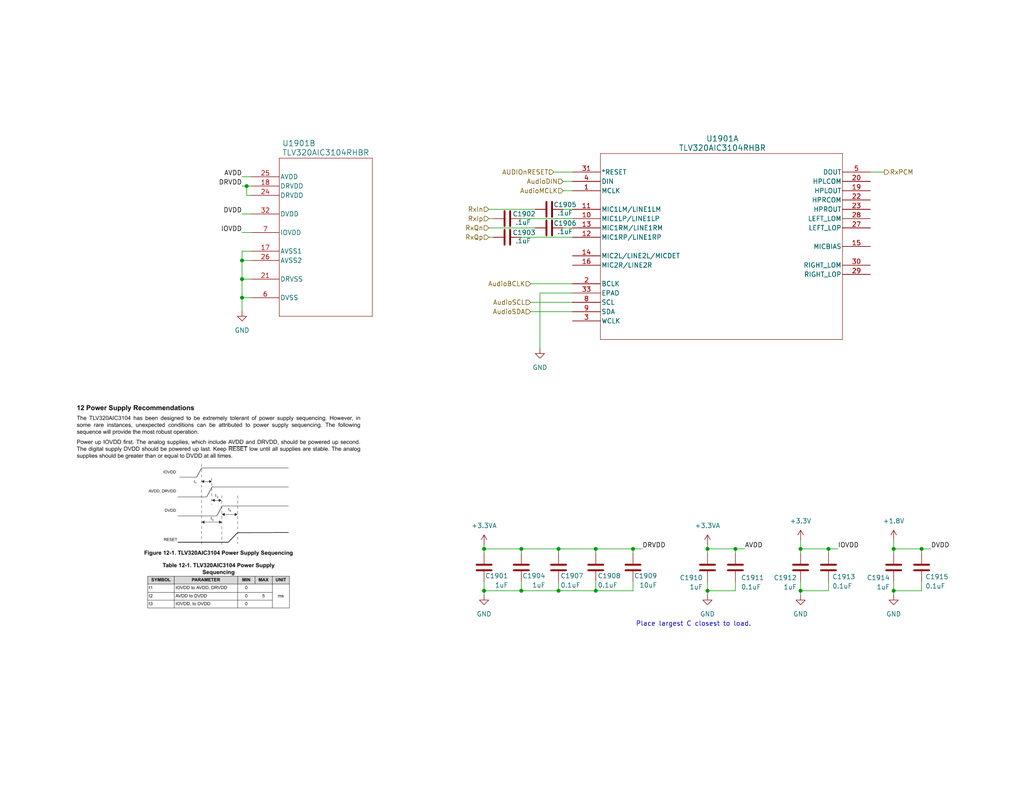
<source format=kicad_sch>
(kicad_sch (version 20250114) (generator "eeschema") (generator_version "9.0")
  (paper "USLetter")
  (title_block (title "DAC and ADC"))
  (lib_symbols
    (symbol "Device:C" (pin_numbers (hide yes)) (pin_names (offset 0.254))
      (property "Reference" "C" (at 0.635 2.54 0))
      (property "Value" "C" (at 0.635 -2.54 0))
      (symbol "C_0_1"
        (polyline (pts (xy -2.032 0.762) (xy 2.032 0.762)) (stroke (width 0.508)))
        (polyline (pts (xy -2.032 -0.762) (xy 2.032 -0.762)) (stroke (width 0.508)))
      )
      (symbol "C_1_1"
        (pin passive line (at 0 3.81 270) (length 2.794) (name "~") (number "1"))
        (pin passive line (at 0 -3.81 90) (length 2.794) (name "~") (number "2"))
      )
    )
    (symbol "TLV320AIC3104:HPA01211RHBR" (pin_names (offset 0.254))
      (property "Reference" "U" (at 40.64 10.16 0))
      (property "Value" "HPA01211RHBR" (at 40.64 7.62 0))
      (symbol "HPA01211RHBR_1_1"
        (polyline (pts (xy 7.62 5.08) (xy 7.62 -45.72)) (stroke (width 0.127)))
        (polyline (pts (xy 7.62 -45.72) (xy 73.66 -45.72)) (stroke (width 0.127)))
        (polyline (pts (xy 73.66 5.08) (xy 7.62 5.08)) (stroke (width 0.127)))
        (polyline (pts (xy 73.66 -45.72) (xy 73.66 5.08)) (stroke (width 0.127)))
        (pin input line (at 0 0 0) (length 7.62) (name "*RESET") (number "31"))
        (pin input line (at 0 -2.54 0) (length 7.62) (name "DIN") (number "4"))
        (pin input line (at 0 -5.08 0) (length 7.62) (name "MCLK") (number "1"))
        (pin input line (at 0 -10.16 0) (length 7.62) (name "MIC1LM/LINE1LM") (number "11"))
        (pin input line (at 0 -12.7 0) (length 7.62) (name "MIC1LP/LINE1LP") (number "10"))
        (pin input line (at 0 -15.24 0) (length 7.62) (name "MIC1RM/LINE1RM") (number "13"))
        (pin input line (at 0 -17.78 0) (length 7.62) (name "MIC1RP/LINE1RP") (number "12"))
        (pin input line (at 0 -22.86 0) (length 7.62) (name "MIC2L/LINE2L/MICDET") (number "14"))
        (pin input line (at 0 -25.4 0) (length 7.62) (name "MIC2R/LINE2R") (number "16"))
        (pin bidirectional line (at 0 -30.48 0) (length 7.62) (name "BCLK") (number "2"))
        (pin unspecified line (at 0 -33.02 0) (length 7.62) (name "EPAD") (number "33"))
        (pin bidirectional line (at 0 -35.56 0) (length 7.62) (name "SCL") (number "8"))
        (pin bidirectional line (at 0 -38.1 0) (length 7.62) (name "SDA") (number "9"))
        (pin bidirectional line (at 0 -40.64 0) (length 7.62) (name "WCLK") (number "3"))
        (pin output line (at 81.28 0 180) (length 7.62) (name "DOUT") (number "5"))
        (pin output line (at 81.28 -2.54 180) (length 7.62) (name "HPLCOM") (number "20"))
        (pin output line (at 81.28 -5.08 180) (length 7.62) (name "HPLOUT") (number "19"))
        (pin output line (at 81.28 -7.62 180) (length 7.62) (name "HPRCOM") (number "22"))
        (pin output line (at 81.28 -10.16 180) (length 7.62) (name "HPROUT") (number "23"))
        (pin output line (at 81.28 -12.7 180) (length 7.62) (name "LEFT_LOM") (number "28"))
        (pin output line (at 81.28 -15.24 180) (length 7.62) (name "LEFT_LOP") (number "27"))
        (pin output line (at 81.28 -20.32 180) (length 7.62) (name "MICBIAS") (number "15"))
        (pin output line (at 81.28 -25.4 180) (length 7.62) (name "RIGHT_LOM") (number "30"))
        (pin output line (at 81.28 -27.94 180) (length 7.62) (name "RIGHT_LOP") (number "29"))
      )
      (symbol "HPA01211RHBR_2_1"
        (polyline (pts (xy 7.62 5.08) (xy 7.62 -38.1)) (stroke (width 0.127)))
        (polyline (pts (xy 7.62 -38.1) (xy 33.02 -38.1)) (stroke (width 0.127)))
        (polyline (pts (xy 33.02 5.08) (xy 7.62 5.08)) (stroke (width 0.127)))
        (polyline (pts (xy 33.02 -38.1) (xy 33.02 5.08)) (stroke (width 0.127)))
        (pin power_in line (at 0 0 0) (length 7.62) (name "AVDD") (number "25"))
        (pin power_in line (at 0 -2.54 0) (length 7.62) (name "DRVDD") (number "18"))
        (pin power_in line (at 0 -5.08 0) (length 7.62) (name "DRVDD") (number "24"))
        (pin power_in line (at 0 -10.16 0) (length 7.62) (name "DVDD") (number "32"))
        (pin power_in line (at 0 -15.24 0) (length 7.62) (name "IOVDD") (number "7"))
        (pin power_in line (at 0 -20.32 0) (length 7.62) (name "AVSS1") (number "17"))
        (pin power_in line (at 0 -22.86 0) (length 7.62) (name "AVSS2") (number "26"))
        (pin power_in line (at 0 -27.94 0) (length 7.62) (name "DRVSS") (number "21"))
        (pin power_in line (at 0 -33.02 0) (length 7.62) (name "DVSS") (number "6"))
      )
    )
    (symbol "power:+3.3V" (power) (pin_numbers (hide yes)) (pin_names (offset 0) (hide yes))
      (property "Value" "+3.3V" (at 0 3.556 0))
      (symbol "+3.3V_0_1"
        (polyline (pts (xy -0.762 1.27) (xy 0 2.54)))
        (polyline (pts (xy 0 2.54) (xy 0.762 1.27)))
        (polyline (pts (xy 0 0) (xy 0 2.54)))
      )
      (symbol "+3.3V_1_1"
        (pin power_in line (at 0 0 90) (length 0) (name "~") (number "1"))
      )
    )
    (symbol "power:GND" (power) (pin_numbers (hide yes)) (pin_names (offset 0) (hide yes))
      (property "Value" "GND" (at 0 -3.81 0))
      (symbol "GND_0_1"
        (polyline (pts (xy 0 0) (xy 0 -1.27) (xy 1.27 -1.27) (xy 0 -2.54) (xy -1.27 -1.27) (xy 0 -1.27)))
      )
      (symbol "GND_1_1"
        (pin power_in line (at 0 0 270) (length 0) (name "~") (number "1"))
      )
    )
  )
  (text "Place largest C closest to load." (at 189.23 170.434 0) (effects (font (size 1.27 1.27))))
  (junction (at 152.4 161.29))
  (junction (at 142.24 161.29))
  (junction (at 162.56 149.86))
  (junction (at 132.08 161.29))
  (junction (at 67.31 50.8))
  (junction (at 218.44 161.29))
  (junction (at 243.84 149.86))
  (junction (at 226.06 149.86))
  (junction (at 66.04 81.28))
  (junction (at 193.04 161.29))
  (junction (at 172.72 149.86))
  (junction (at 200.66 149.86))
  (junction (at 142.24 149.86))
  (junction (at 162.56 161.29))
  (junction (at 243.84 161.29))
  (junction (at 193.04 149.86))
  (junction (at 132.08 149.86))
  (junction (at 152.4 149.86))
  (junction (at 66.04 76.2))
  (junction (at 218.44 149.86))
  (junction (at 251.46 149.86))
  (junction (at 66.04 71.12))
  (wire (pts (xy 153.67 57.15) (xy 156.21 57.15)))
  (wire (pts (xy 152.4 161.29) (xy 162.56 161.29)))
  (wire (pts (xy 200.66 149.86) (xy 200.66 151.13)))
  (wire (pts (xy 162.56 158.75) (xy 162.56 161.29)))
  (wire (pts (xy 66.04 81.28) (xy 66.04 85.09)))
  (wire (pts (xy 243.84 161.29) (xy 251.46 161.29)))
  (wire (pts (xy 193.04 151.13) (xy 193.04 149.86)))
  (wire (pts (xy 68.58 53.34) (xy 67.31 53.34)))
  (wire (pts (xy 162.56 161.29) (xy 172.72 161.29)))
  (wire (pts (xy 144.78 77.47) (xy 156.21 77.47)))
  (wire (pts (xy 153.67 52.07) (xy 156.21 52.07)))
  (wire (pts (xy 251.46 149.86) (xy 254 149.86)))
  (wire (pts (xy 226.06 149.86) (xy 218.44 149.86)))
  (wire (pts (xy 132.08 158.75) (xy 132.08 161.29)))
  (wire (pts (xy 152.4 158.75) (xy 152.4 161.29)))
  (wire (pts (xy 144.78 85.09) (xy 156.21 85.09)))
  (wire (pts (xy 142.24 64.77) (xy 156.21 64.77)))
  (wire (pts (xy 152.4 149.86) (xy 162.56 149.86)))
  (wire (pts (xy 152.4 149.86) (xy 152.4 151.13)))
  (wire (pts (xy 151.13 46.99) (xy 156.21 46.99)))
  (wire (pts (xy 162.56 149.86) (xy 162.56 151.13)))
  (wire (pts (xy 153.67 62.23) (xy 156.21 62.23)))
  (wire (pts (xy 142.24 59.69) (xy 156.21 59.69)))
  (wire (pts (xy 132.08 148.59) (xy 132.08 149.86)))
  (wire (pts (xy 66.04 76.2) (xy 66.04 81.28)))
  (wire (pts (xy 243.84 147.32) (xy 243.84 149.86)))
  (wire (pts (xy 68.58 81.28) (xy 66.04 81.28)))
  (wire (pts (xy 133.35 57.15) (xy 146.05 57.15)))
  (wire (pts (xy 66.04 71.12) (xy 66.04 76.2)))
  (wire (pts (xy 68.58 58.42) (xy 66.04 58.42)))
  (wire (pts (xy 142.24 158.75) (xy 142.24 161.29)))
  (wire (pts (xy 237.49 46.99) (xy 241.3 46.99)))
  (wire (pts (xy 218.44 158.75) (xy 218.44 161.29)))
  (wire (pts (xy 218.44 161.29) (xy 226.06 161.29)))
  (wire (pts (xy 66.04 68.58) (xy 66.04 71.12)))
  (wire (pts (xy 243.84 149.86) (xy 243.84 151.13)))
  (wire (pts (xy 193.04 161.29) (xy 193.04 162.56)))
  (wire (pts (xy 142.24 149.86) (xy 152.4 149.86)))
  (wire (pts (xy 243.84 161.29) (xy 243.84 162.56)))
  (wire (pts (xy 142.24 161.29) (xy 152.4 161.29)))
  (wire (pts (xy 66.04 50.8) (xy 67.31 50.8)))
  (wire (pts (xy 142.24 149.86) (xy 142.24 151.13)))
  (wire (pts (xy 153.67 49.53) (xy 156.21 49.53)))
  (wire (pts (xy 193.04 158.75) (xy 193.04 161.29)))
  (wire (pts (xy 133.35 62.23) (xy 146.05 62.23)))
  (wire (pts (xy 68.58 48.26) (xy 66.04 48.26)))
  (wire (pts (xy 200.66 149.86) (xy 203.2 149.86)))
  (wire (pts (xy 132.08 161.29) (xy 142.24 161.29)))
  (wire (pts (xy 66.04 76.2) (xy 68.58 76.2)))
  (wire (pts (xy 226.06 149.86) (xy 228.6 149.86)))
  (wire (pts (xy 218.44 149.86) (xy 218.44 151.13)))
  (wire (pts (xy 172.72 149.86) (xy 172.72 151.13)))
  (wire (pts (xy 218.44 147.32) (xy 218.44 149.86)))
  (wire (pts (xy 67.31 53.34) (xy 67.31 50.8)))
  (wire (pts (xy 193.04 149.86) (xy 200.66 149.86)))
  (wire (pts (xy 226.06 161.29) (xy 226.06 158.75)))
  (wire (pts (xy 132.08 151.13) (xy 132.08 149.86)))
  (wire (pts (xy 251.46 161.29) (xy 251.46 158.75)))
  (wire (pts (xy 68.58 68.58) (xy 66.04 68.58)))
  (wire (pts (xy 226.06 149.86) (xy 226.06 151.13)))
  (wire (pts (xy 66.04 71.12) (xy 68.58 71.12)))
  (wire (pts (xy 200.66 158.75) (xy 200.66 161.29)))
  (wire (pts (xy 193.04 148.59) (xy 193.04 149.86)))
  (wire (pts (xy 144.78 82.55) (xy 156.21 82.55)))
  (wire (pts (xy 133.35 59.69) (xy 134.62 59.69)))
  (wire (pts (xy 218.44 161.29) (xy 218.44 162.56)))
  (wire (pts (xy 67.31 50.8) (xy 68.58 50.8)))
  (wire (pts (xy 251.46 149.86) (xy 251.46 151.13)))
  (wire (pts (xy 132.08 161.29) (xy 132.08 162.56)))
  (wire (pts (xy 172.72 149.86) (xy 175.26 149.86)))
  (wire (pts (xy 156.21 80.01) (xy 147.32 80.01)))
  (wire (pts (xy 193.04 161.29) (xy 200.66 161.29)))
  (wire (pts (xy 66.04 63.5) (xy 68.58 63.5)))
  (wire (pts (xy 132.08 149.86) (xy 142.24 149.86)))
  (wire (pts (xy 133.35 64.77) (xy 134.62 64.77)))
  (wire (pts (xy 162.56 149.86) (xy 172.72 149.86)))
  (wire (pts (xy 243.84 149.86) (xy 251.46 149.86)))
  (wire (pts (xy 243.84 158.75) (xy 243.84 161.29)))
  (wire (pts (xy 172.72 158.75) (xy 172.72 161.29)))
  (wire (pts (xy 147.32 80.01) (xy 147.32 95.25)))
  (image (at 59.69 138.43) (scale 0.377145))
  (label "DRVDD" (at 66.04 50.8 180))
  (label "AVDD" (at 66.04 48.26 180))
  (label "DVDD" (at 254 149.86 0))
  (label "IOVDD" (at 66.04 63.5 180))
  (label "DRVDD" (at 175.26 149.86 0))
  (label "IOVDD" (at 228.6 149.86 0))
  (label "AVDD" (at 203.2 149.86 0))
  (label "DVDD" (at 66.04 58.42 180))
  (hierarchical_label "RxQn" (shape input) (at 133.35 62.23 180))
  (hierarchical_label "AudioSDA" (shape input) (at 144.78 85.09 180))
  (hierarchical_label "AudioDIN" (shape input) (at 153.67 49.53 180))
  (hierarchical_label "RxIp" (shape input) (at 133.35 59.69 180))
  (hierarchical_label "RxQp" (shape input) (at 133.35 64.77 180))
  (hierarchical_label "RxPCM" (shape output) (at 241.3 46.99 0))
  (hierarchical_label "RxIn" (shape input) (at 133.35 57.15 180))
  (hierarchical_label "AudioSCL" (shape input) (at 144.78 82.55 180))
  (hierarchical_label "AudioMCLK" (shape input) (at 153.67 52.07 180))
  (hierarchical_label "AUDIOnRESET" (shape input) (at 151.13 46.99 180))
  (hierarchical_label "AudioBCLK" (shape input) (at 144.78 77.47 180))
  (symbol (lib_id "power:+3.3V") (at 193.04 148.59 0) (unit 1)
    (property "Reference" "#PWR01905" (effects (hide yes)))
    (property "Value" "+3.3VA" (at 193.04 143.51 0))
    (property "Description" "Power symbol creates a global label with name \"+3.3V\"" (effects (hide yes)))
  )
  (symbol (lib_id "Device:C") (at 251.46 154.94 0) (unit 1)
    (property "Reference" "C1915" (at 252.476 157.48 0) (effects (justify left)))
    (property "Value" "0.1uF" (at 252.476 160.02 0) (effects (justify left)))
    (property "Description" "Unpolarized capacitor" (effects (hide yes)))
  )
  (symbol (lib_id "power:GND") (at 243.84 162.56 0) (unit 1)
    (property "Reference" "#PWR01910" (effects (hide yes)))
    (property "Value" "GND" (at 243.84 167.64 0))
    (property "Description" "Power symbol creates a global label with name \"GND\" , ground" (effects (hide yes)))
  )
  (symbol (lib_id "Device:C") (at 172.72 154.94 0) (mirror y) (unit 1)
    (property "Reference" "C1909" (at 179.324 157.226 0) (effects (justify left)))
    (property "Value" "10uF" (at 179.324 159.766 0) (effects (justify left)))
    (property "Description" "Unpolarized capacitor" (effects (hide yes)))
  )
  (symbol (lib_id "power:+3.3V") (at 132.08 148.59 0) (unit 1)
    (property "Reference" "#PWR01902" (effects (hide yes)))
    (property "Value" "+3.3VA" (at 132.08 143.51 0))
    (property "Description" "Power symbol creates a global label with name \"+3.3V\"" (effects (hide yes)))
  )
  (symbol (lib_id "Device:C") (at 152.4 154.94 0) (unit 1)
    (property "Reference" "C1907" (at 152.908 157.226 0) (effects (justify left)))
    (property "Value" "0.1uF" (at 152.908 159.766 0) (effects (justify left)))
    (property "Description" "Unpolarized capacitor" (effects (hide yes)))
  )
  (symbol (lib_id "Device:C") (at 243.84 154.94 0) (mirror y) (unit 1)
    (property "Reference" "C1914" (at 242.824 157.734 0) (effects (justify left)))
    (property "Value" "1uF" (at 242.824 160.274 0) (effects (justify left)))
    (property "Description" "Unpolarized capacitor" (effects (hide yes)))
  )
  (symbol (lib_id "power:GND") (at 193.04 162.56 0) (unit 1)
    (property "Reference" "#PWR01906" (effects (hide yes)))
    (property "Value" "GND" (at 193.04 167.64 0))
    (property "Description" "Power symbol creates a global label with name \"GND\" , ground" (effects (hide yes)))
  )
  (symbol (lib_id "power:GND") (at 132.08 162.56 0) (unit 1)
    (property "Reference" "#PWR01903" (effects (hide yes)))
    (property "Value" "GND" (at 132.08 167.64 0))
    (property "Description" "Power symbol creates a global label with name \"GND\" , ground" (effects (hide yes)))
  )
  (symbol (lib_id "power:+3.3V") (at 218.44 147.32 0) (unit 1)
    (property "Reference" "#PWR01907" (effects (hide yes)))
    (property "Value" "+3.3V" (at 218.44 142.24 0))
    (property "Description" "Power symbol creates a global label with name \"+3.3V\"" (effects (hide yes)))
  )
  (symbol (lib_id "Device:C") (at 193.04 154.94 0) (mirror y) (unit 1)
    (property "Reference" "C1910" (at 191.77 157.734 0) (effects (justify left)))
    (property "Value" "1uF" (at 191.77 160.274 0) (effects (justify left)))
    (property "Description" "Unpolarized capacitor" (effects (hide yes)))
  )
  (symbol (lib_id "TLV320AIC3104:HPA01211RHBR") (at 68.58 48.26 0) (unit 2)
    (property "Reference" "U1901" (at 76.962 39.116 0) (effects (font (size 1.524 1.524)) (justify left)))
    (property "Value" "TLV320AIC3104RHBR" (at 76.962 41.656 0) (effects (font (size 1.524 1.524)) (justify left)))
    (property "Footprint" "RHB32_3P45X3P45" (effects (hide yes)))
    (property "Datasheet" "https://www.ti.com/lit/gpn/tlv320aic3104" (effects (hide yes)))
  )
  (symbol (lib_id "Device:C") (at 138.43 64.77 90) (unit 1)
    (property "Reference" "C1903" (at 143.002 63.5 90))
    (property "Value" ".1uF" (at 142.748 65.786 90))
    (property "Description" "Unpolarized capacitor" (effects (hide yes)))
  )
  (symbol (lib_id "TLV320AIC3104:HPA01211RHBR") (at 156.21 46.99 0) (unit 1)
    (property "Reference" "U1901" (at 197.104 37.846 0) (effects (font (size 1.524 1.524))))
    (property "Value" "TLV320AIC3104RHBR" (at 197.104 40.386 0) (effects (font (size 1.524 1.524))))
    (property "Footprint" "RHB32_3P45X3P45" (effects (hide yes)))
    (property "Datasheet" "https://www.ti.com/lit/gpn/tlv320aic3104" (effects (hide yes)))
  )
  (symbol (lib_id "Device:C") (at 132.08 154.94 0) (mirror y) (unit 1)
    (property "Reference" "C1901" (at 138.684 157.226 0) (effects (justify left)))
    (property "Value" "1uF" (at 138.684 159.766 0) (effects (justify left)))
    (property "Description" "Unpolarized capacitor" (effects (hide yes)))
  )
  (symbol (lib_id "Device:C") (at 226.06 154.94 0) (unit 1)
    (property "Reference" "C1913" (at 227.076 157.48 0) (effects (justify left)))
    (property "Value" "0.1uF" (at 227.076 160.02 0) (effects (justify left)))
    (property "Description" "Unpolarized capacitor" (effects (hide yes)))
  )
  (symbol (lib_id "Device:C") (at 142.24 154.94 0) (mirror y) (unit 1)
    (property "Reference" "C1904" (at 148.844 157.226 0) (effects (justify left)))
    (property "Value" "1uF" (at 148.844 159.766 0) (effects (justify left)))
    (property "Description" "Unpolarized capacitor" (effects (hide yes)))
  )
  (symbol (lib_id "power:GND") (at 218.44 162.56 0) (unit 1)
    (property "Reference" "#PWR01908" (effects (hide yes)))
    (property "Value" "GND" (at 218.44 167.64 0))
    (property "Description" "Power symbol creates a global label with name \"GND\" , ground" (effects (hide yes)))
  )
  (symbol (lib_id "Device:C") (at 162.56 154.94 0) (unit 1)
    (property "Reference" "C1908" (at 163.068 157.226 0) (effects (justify left)))
    (property "Value" "0.1uF" (at 163.068 159.766 0) (effects (justify left)))
    (property "Description" "Unpolarized capacitor" (effects (hide yes)))
  )
  (symbol (lib_id "Device:C") (at 149.86 62.23 90) (unit 1)
    (property "Reference" "C1906" (at 154.178 60.96 90))
    (property "Value" ".1uF" (at 154.178 63.246 90))
    (property "Description" "Unpolarized capacitor" (effects (hide yes)))
  )
  (symbol (lib_id "power:GND") (at 147.32 95.25 0) (unit 1)
    (property "Reference" "#PWR01904" (effects (hide yes)))
    (property "Value" "GND" (at 147.32 100.33 0))
    (property "Description" "Power symbol creates a global label with name \"GND\" , ground" (effects (hide yes)))
  )
  (symbol (lib_id "power:+3.3V") (at 243.84 147.32 0) (unit 1)
    (property "Reference" "#PWR01909" (effects (hide yes)))
    (property "Value" "+1.8V" (at 243.84 142.24 0))
    (property "Description" "Power symbol creates a global label with name \"+3.3V\"" (effects (hide yes)))
  )
  (symbol (lib_id "Device:C") (at 200.66 154.94 0) (unit 1)
    (property "Reference" "C1911" (at 202.184 157.734 0) (effects (justify left)))
    (property "Value" "0.1uF" (at 202.184 160.274 0) (effects (justify left)))
    (property "Description" "Unpolarized capacitor" (effects (hide yes)))
  )
  (symbol (lib_id "Device:C") (at 149.86 57.15 90) (unit 1)
    (property "Reference" "C1905" (at 154.178 55.88 90))
    (property "Value" ".1uF" (at 154.178 58.166 90))
    (property "Description" "Unpolarized capacitor" (effects (hide yes)))
  )
  (symbol (lib_id "power:GND") (at 66.04 85.09 0) (unit 1)
    (property "Reference" "#PWR01901" (effects (hide yes)))
    (property "Value" "GND" (at 66.04 90.17 0))
    (property "Description" "Power symbol creates a global label with name \"GND\" , ground" (effects (hide yes)))
  )
  (symbol (lib_id "Device:C") (at 138.43 59.69 90) (unit 1)
    (property "Reference" "C1902" (at 143.002 58.42 90))
    (property "Value" ".1uF" (at 142.748 60.706 90))
    (property "Description" "Unpolarized capacitor" (effects (hide yes)))
  )
  (symbol (lib_id "Device:C") (at 218.44 154.94 0) (mirror y) (unit 1)
    (property "Reference" "C1912" (at 217.424 157.734 0) (effects (justify left)))
    (property "Value" "1uF" (at 217.424 160.274 0) (effects (justify left)))
    (property "Description" "Unpolarized capacitor" (effects (hide yes)))
  )
)
</source>
